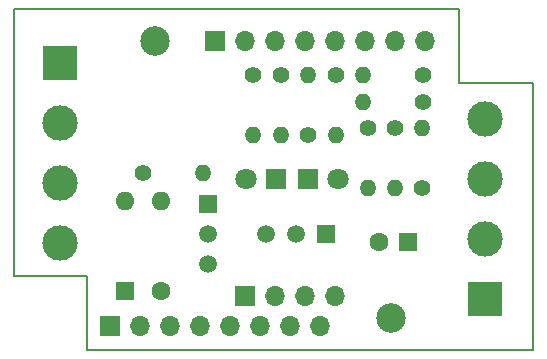
<source format=gbs>
G04 #@! TF.GenerationSoftware,KiCad,Pcbnew,7.0.8*
G04 #@! TF.CreationDate,2023-10-20T02:31:35-04:00*
G04 #@! TF.ProjectId,C64Saver2,43363453-6176-4657-9232-2e6b69636164,2.6*
G04 #@! TF.SameCoordinates,Original*
G04 #@! TF.FileFunction,Soldermask,Bot*
G04 #@! TF.FilePolarity,Negative*
%FSLAX46Y46*%
G04 Gerber Fmt 4.6, Leading zero omitted, Abs format (unit mm)*
G04 Created by KiCad (PCBNEW 7.0.8) date 2023-10-20 02:31:35*
%MOMM*%
%LPD*%
G01*
G04 APERTURE LIST*
%ADD10R,3.000000X3.000000*%
%ADD11C,3.000000*%
%ADD12R,1.600000X1.600000*%
%ADD13C,1.600000*%
%ADD14R,1.700000X1.700000*%
%ADD15O,1.700000X1.700000*%
%ADD16C,2.500000*%
%ADD17C,1.400000*%
%ADD18O,1.400000X1.400000*%
%ADD19O,1.600000X1.600000*%
%ADD20R,1.500000X1.500000*%
%ADD21C,1.500000*%
%ADD22R,1.800000X1.800000*%
%ADD23C,1.800000*%
G04 #@! TA.AperFunction,Profile*
%ADD24C,0.150000*%
G04 #@! TD*
G04 APERTURE END LIST*
D10*
X144399000Y-88265000D03*
D11*
X144399000Y-93345000D03*
X144399000Y-98425000D03*
X144399000Y-103505000D03*
D10*
X180340000Y-108204000D03*
D11*
X180340000Y-103124000D03*
X180340000Y-98044000D03*
X180340000Y-92964000D03*
D12*
X173863000Y-103378000D03*
D13*
X171363000Y-103378000D03*
D14*
X157480000Y-86360000D03*
D15*
X160020000Y-86360000D03*
X162560000Y-86360000D03*
X165100000Y-86360000D03*
X167640000Y-86360000D03*
X170180000Y-86360000D03*
X172720000Y-86360000D03*
X175260000Y-86360000D03*
D14*
X148590000Y-110490000D03*
D15*
X151130000Y-110490000D03*
X153670000Y-110490000D03*
X156210000Y-110490000D03*
X158750000Y-110490000D03*
X161290000Y-110490000D03*
X163830000Y-110490000D03*
X166370000Y-110490000D03*
D14*
X160020000Y-107950000D03*
D15*
X162560000Y-107950000D03*
X165100000Y-107950000D03*
X167640000Y-107950000D03*
D16*
X152405080Y-86357460D03*
X172399960Y-109862620D03*
D17*
X170434000Y-93726000D03*
D18*
X170434000Y-98806000D03*
D17*
X175006000Y-98806000D03*
D18*
X175006000Y-93726000D03*
D17*
X167699993Y-89245600D03*
D18*
X167699993Y-94325600D03*
D17*
X163037197Y-89245600D03*
D18*
X163037197Y-94325600D03*
D17*
X175109221Y-91595756D03*
D18*
X170029221Y-91595756D03*
D17*
X160705800Y-89245600D03*
D18*
X160705800Y-94325600D03*
D13*
X152908000Y-107569000D03*
D19*
X152908000Y-99949000D03*
D17*
X165368594Y-94325600D03*
D18*
X165368594Y-89245600D03*
D20*
X156866000Y-100203000D03*
D21*
X156866000Y-102743000D03*
X156866000Y-105283000D03*
D22*
X162687000Y-98044000D03*
D23*
X160147000Y-98044000D03*
D22*
X165354000Y-98044000D03*
D23*
X167894000Y-98044000D03*
D17*
X151384000Y-97536000D03*
D18*
X156464000Y-97536000D03*
D17*
X172720000Y-93726000D03*
D18*
X172720000Y-98806000D03*
D17*
X175109221Y-89264181D03*
D18*
X170029221Y-89264181D03*
D12*
X149860000Y-107560504D03*
D19*
X149860000Y-99940504D03*
D20*
X166878000Y-102743000D03*
D21*
X164338000Y-102743000D03*
X161798000Y-102743000D03*
D24*
X184404000Y-112522000D02*
X146685000Y-112522000D01*
X140462000Y-83693000D02*
X178181000Y-83693000D01*
X140462000Y-106299000D02*
X140462000Y-83693000D01*
X178181000Y-89916000D02*
X184404000Y-89916000D01*
X146685000Y-112522000D02*
X146685000Y-106299000D01*
X146685000Y-106299000D02*
X140462000Y-106299000D01*
X178181000Y-83693000D02*
X178181000Y-89916000D01*
X184404000Y-89916000D02*
X184404000Y-112522000D01*
M02*

</source>
